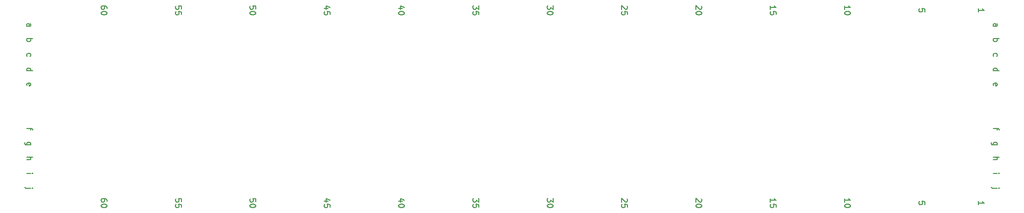
<source format=gbr>
%TF.GenerationSoftware,KiCad,Pcbnew,5.1.9-73d0e3b20d~88~ubuntu20.04.1*%
%TF.CreationDate,2021-01-27T17:20:26-06:00*%
%TF.ProjectId,ProtoPCBs,50726f74-6f50-4434-9273-2e6b69636164,rev?*%
%TF.SameCoordinates,Original*%
%TF.FileFunction,Legend,Top*%
%TF.FilePolarity,Positive*%
%FSLAX46Y46*%
G04 Gerber Fmt 4.6, Leading zero omitted, Abs format (unit mm)*
G04 Created by KiCad (PCBNEW 5.1.9-73d0e3b20d~88~ubuntu20.04.1) date 2021-01-27 17:20:26*
%MOMM*%
%LPD*%
G01*
G04 APERTURE LIST*
%ADD10C,0.150000*%
G04 APERTURE END LIST*
D10*
X68127619Y-91440000D02*
X68794285Y-91440000D01*
X69127619Y-91440000D02*
X69080000Y-91392380D01*
X69032380Y-91440000D01*
X69080000Y-91487619D01*
X69127619Y-91440000D01*
X69032380Y-91440000D01*
X68175238Y-76390476D02*
X68127619Y-76295238D01*
X68127619Y-76104761D01*
X68175238Y-76009523D01*
X68270476Y-75961904D01*
X68651428Y-75961904D01*
X68746666Y-76009523D01*
X68794285Y-76104761D01*
X68794285Y-76295238D01*
X68746666Y-76390476D01*
X68651428Y-76438095D01*
X68556190Y-76438095D01*
X68460952Y-75961904D01*
X68794285Y-86574285D02*
X67984761Y-86574285D01*
X67889523Y-86526666D01*
X67841904Y-86479047D01*
X67794285Y-86383809D01*
X67794285Y-86240952D01*
X67841904Y-86145714D01*
X68175238Y-86574285D02*
X68127619Y-86479047D01*
X68127619Y-86288571D01*
X68175238Y-86193333D01*
X68222857Y-86145714D01*
X68318095Y-86098095D01*
X68603809Y-86098095D01*
X68699047Y-86145714D01*
X68746666Y-86193333D01*
X68794285Y-86288571D01*
X68794285Y-86479047D01*
X68746666Y-86574285D01*
X68794285Y-93980000D02*
X67937142Y-93980000D01*
X67841904Y-93932380D01*
X67794285Y-93837142D01*
X67794285Y-93789523D01*
X69127619Y-93980000D02*
X69080000Y-93932380D01*
X69032380Y-93980000D01*
X69080000Y-94027619D01*
X69127619Y-93980000D01*
X69032380Y-93980000D01*
X68175238Y-71358095D02*
X68127619Y-71262857D01*
X68127619Y-71072380D01*
X68175238Y-70977142D01*
X68222857Y-70929523D01*
X68318095Y-70881904D01*
X68603809Y-70881904D01*
X68699047Y-70929523D01*
X68746666Y-70977142D01*
X68794285Y-71072380D01*
X68794285Y-71262857D01*
X68746666Y-71358095D01*
X68794285Y-83629523D02*
X68794285Y-84010476D01*
X68127619Y-83772380D02*
X68984761Y-83772380D01*
X69080000Y-83820000D01*
X69127619Y-83915238D01*
X69127619Y-84010476D01*
X68127619Y-68365714D02*
X69127619Y-68365714D01*
X68746666Y-68365714D02*
X68794285Y-68460952D01*
X68794285Y-68651428D01*
X68746666Y-68746666D01*
X68699047Y-68794285D01*
X68603809Y-68841904D01*
X68318095Y-68841904D01*
X68222857Y-68794285D01*
X68175238Y-68746666D01*
X68127619Y-68651428D01*
X68127619Y-68460952D01*
X68175238Y-68365714D01*
X68127619Y-88685714D02*
X69127619Y-88685714D01*
X68127619Y-89114285D02*
X68651428Y-89114285D01*
X68746666Y-89066666D01*
X68794285Y-88971428D01*
X68794285Y-88828571D01*
X68746666Y-88733333D01*
X68699047Y-88685714D01*
X68127619Y-66254285D02*
X68651428Y-66254285D01*
X68746666Y-66206666D01*
X68794285Y-66111428D01*
X68794285Y-65920952D01*
X68746666Y-65825714D01*
X68175238Y-66254285D02*
X68127619Y-66159047D01*
X68127619Y-65920952D01*
X68175238Y-65825714D01*
X68270476Y-65778095D01*
X68365714Y-65778095D01*
X68460952Y-65825714D01*
X68508571Y-65920952D01*
X68508571Y-66159047D01*
X68556190Y-66254285D01*
X68127619Y-73874285D02*
X69127619Y-73874285D01*
X68175238Y-73874285D02*
X68127619Y-73779047D01*
X68127619Y-73588571D01*
X68175238Y-73493333D01*
X68222857Y-73445714D01*
X68318095Y-73398095D01*
X68603809Y-73398095D01*
X68699047Y-73445714D01*
X68746666Y-73493333D01*
X68794285Y-73588571D01*
X68794285Y-73779047D01*
X68746666Y-73874285D01*
X233894285Y-93980000D02*
X233037142Y-93980000D01*
X232941904Y-93932380D01*
X232894285Y-93837142D01*
X232894285Y-93789523D01*
X234227619Y-93980000D02*
X234180000Y-93932380D01*
X234132380Y-93980000D01*
X234180000Y-94027619D01*
X234227619Y-93980000D01*
X234132380Y-93980000D01*
X233227619Y-91440000D02*
X233894285Y-91440000D01*
X234227619Y-91440000D02*
X234180000Y-91392380D01*
X234132380Y-91440000D01*
X234180000Y-91487619D01*
X234227619Y-91440000D01*
X234132380Y-91440000D01*
X233227619Y-88685714D02*
X234227619Y-88685714D01*
X233227619Y-89114285D02*
X233751428Y-89114285D01*
X233846666Y-89066666D01*
X233894285Y-88971428D01*
X233894285Y-88828571D01*
X233846666Y-88733333D01*
X233799047Y-88685714D01*
X233894285Y-86574285D02*
X233084761Y-86574285D01*
X232989523Y-86526666D01*
X232941904Y-86479047D01*
X232894285Y-86383809D01*
X232894285Y-86240952D01*
X232941904Y-86145714D01*
X233275238Y-86574285D02*
X233227619Y-86479047D01*
X233227619Y-86288571D01*
X233275238Y-86193333D01*
X233322857Y-86145714D01*
X233418095Y-86098095D01*
X233703809Y-86098095D01*
X233799047Y-86145714D01*
X233846666Y-86193333D01*
X233894285Y-86288571D01*
X233894285Y-86479047D01*
X233846666Y-86574285D01*
X233894285Y-83629523D02*
X233894285Y-84010476D01*
X233227619Y-83772380D02*
X234084761Y-83772380D01*
X234180000Y-83820000D01*
X234227619Y-83915238D01*
X234227619Y-84010476D01*
X233275238Y-76390476D02*
X233227619Y-76295238D01*
X233227619Y-76104761D01*
X233275238Y-76009523D01*
X233370476Y-75961904D01*
X233751428Y-75961904D01*
X233846666Y-76009523D01*
X233894285Y-76104761D01*
X233894285Y-76295238D01*
X233846666Y-76390476D01*
X233751428Y-76438095D01*
X233656190Y-76438095D01*
X233560952Y-75961904D01*
X233227619Y-73874285D02*
X234227619Y-73874285D01*
X233275238Y-73874285D02*
X233227619Y-73779047D01*
X233227619Y-73588571D01*
X233275238Y-73493333D01*
X233322857Y-73445714D01*
X233418095Y-73398095D01*
X233703809Y-73398095D01*
X233799047Y-73445714D01*
X233846666Y-73493333D01*
X233894285Y-73588571D01*
X233894285Y-73779047D01*
X233846666Y-73874285D01*
X233275238Y-71358095D02*
X233227619Y-71262857D01*
X233227619Y-71072380D01*
X233275238Y-70977142D01*
X233322857Y-70929523D01*
X233418095Y-70881904D01*
X233703809Y-70881904D01*
X233799047Y-70929523D01*
X233846666Y-70977142D01*
X233894285Y-71072380D01*
X233894285Y-71262857D01*
X233846666Y-71358095D01*
X233227619Y-68365714D02*
X234227619Y-68365714D01*
X233846666Y-68365714D02*
X233894285Y-68460952D01*
X233894285Y-68651428D01*
X233846666Y-68746666D01*
X233799047Y-68794285D01*
X233703809Y-68841904D01*
X233418095Y-68841904D01*
X233322857Y-68794285D01*
X233275238Y-68746666D01*
X233227619Y-68651428D01*
X233227619Y-68460952D01*
X233275238Y-68365714D01*
X233227619Y-66254285D02*
X233751428Y-66254285D01*
X233846666Y-66206666D01*
X233894285Y-66111428D01*
X233894285Y-65920952D01*
X233846666Y-65825714D01*
X233275238Y-66254285D02*
X233227619Y-66159047D01*
X233227619Y-65920952D01*
X233275238Y-65825714D01*
X233370476Y-65778095D01*
X233465714Y-65778095D01*
X233560952Y-65825714D01*
X233608571Y-65920952D01*
X233608571Y-66159047D01*
X233656190Y-66254285D01*
X158027619Y-95710476D02*
X158027619Y-96329523D01*
X157646666Y-95996190D01*
X157646666Y-96139047D01*
X157599047Y-96234285D01*
X157551428Y-96281904D01*
X157456190Y-96329523D01*
X157218095Y-96329523D01*
X157122857Y-96281904D01*
X157075238Y-96234285D01*
X157027619Y-96139047D01*
X157027619Y-95853333D01*
X157075238Y-95758095D01*
X157122857Y-95710476D01*
X158027619Y-96948571D02*
X158027619Y-97043809D01*
X157980000Y-97139047D01*
X157932380Y-97186666D01*
X157837142Y-97234285D01*
X157646666Y-97281904D01*
X157408571Y-97281904D01*
X157218095Y-97234285D01*
X157122857Y-97186666D01*
X157075238Y-97139047D01*
X157027619Y-97043809D01*
X157027619Y-96948571D01*
X157075238Y-96853333D01*
X157122857Y-96805714D01*
X157218095Y-96758095D01*
X157408571Y-96710476D01*
X157646666Y-96710476D01*
X157837142Y-96758095D01*
X157932380Y-96805714D01*
X157980000Y-96853333D01*
X158027619Y-96948571D01*
X221527619Y-96758095D02*
X221527619Y-96281904D01*
X221051428Y-96234285D01*
X221099047Y-96281904D01*
X221146666Y-96377142D01*
X221146666Y-96615238D01*
X221099047Y-96710476D01*
X221051428Y-96758095D01*
X220956190Y-96805714D01*
X220718095Y-96805714D01*
X220622857Y-96758095D01*
X220575238Y-96710476D01*
X220527619Y-96615238D01*
X220527619Y-96377142D01*
X220575238Y-96281904D01*
X220622857Y-96234285D01*
X145327619Y-95710476D02*
X145327619Y-96329523D01*
X144946666Y-95996190D01*
X144946666Y-96139047D01*
X144899047Y-96234285D01*
X144851428Y-96281904D01*
X144756190Y-96329523D01*
X144518095Y-96329523D01*
X144422857Y-96281904D01*
X144375238Y-96234285D01*
X144327619Y-96139047D01*
X144327619Y-95853333D01*
X144375238Y-95758095D01*
X144422857Y-95710476D01*
X145327619Y-97234285D02*
X145327619Y-96758095D01*
X144851428Y-96710476D01*
X144899047Y-96758095D01*
X144946666Y-96853333D01*
X144946666Y-97091428D01*
X144899047Y-97186666D01*
X144851428Y-97234285D01*
X144756190Y-97281904D01*
X144518095Y-97281904D01*
X144422857Y-97234285D01*
X144375238Y-97186666D01*
X144327619Y-97091428D01*
X144327619Y-96853333D01*
X144375238Y-96758095D01*
X144422857Y-96710476D01*
X132294285Y-96234285D02*
X131627619Y-96234285D01*
X132675238Y-95996190D02*
X131960952Y-95758095D01*
X131960952Y-96377142D01*
X132627619Y-96948571D02*
X132627619Y-97043809D01*
X132580000Y-97139047D01*
X132532380Y-97186666D01*
X132437142Y-97234285D01*
X132246666Y-97281904D01*
X132008571Y-97281904D01*
X131818095Y-97234285D01*
X131722857Y-97186666D01*
X131675238Y-97139047D01*
X131627619Y-97043809D01*
X131627619Y-96948571D01*
X131675238Y-96853333D01*
X131722857Y-96805714D01*
X131818095Y-96758095D01*
X132008571Y-96710476D01*
X132246666Y-96710476D01*
X132437142Y-96758095D01*
X132532380Y-96805714D01*
X132580000Y-96853333D01*
X132627619Y-96948571D01*
X119594285Y-96234285D02*
X118927619Y-96234285D01*
X119975238Y-95996190D02*
X119260952Y-95758095D01*
X119260952Y-96377142D01*
X119927619Y-97234285D02*
X119927619Y-96758095D01*
X119451428Y-96710476D01*
X119499047Y-96758095D01*
X119546666Y-96853333D01*
X119546666Y-97091428D01*
X119499047Y-97186666D01*
X119451428Y-97234285D01*
X119356190Y-97281904D01*
X119118095Y-97281904D01*
X119022857Y-97234285D01*
X118975238Y-97186666D01*
X118927619Y-97091428D01*
X118927619Y-96853333D01*
X118975238Y-96758095D01*
X119022857Y-96710476D01*
X230687619Y-96805714D02*
X230687619Y-96234285D01*
X230687619Y-96520000D02*
X231687619Y-96520000D01*
X231544761Y-96424761D01*
X231449523Y-96329523D01*
X231401904Y-96234285D01*
X170632380Y-95758095D02*
X170680000Y-95805714D01*
X170727619Y-95900952D01*
X170727619Y-96139047D01*
X170680000Y-96234285D01*
X170632380Y-96281904D01*
X170537142Y-96329523D01*
X170441904Y-96329523D01*
X170299047Y-96281904D01*
X169727619Y-95710476D01*
X169727619Y-96329523D01*
X170727619Y-97234285D02*
X170727619Y-96758095D01*
X170251428Y-96710476D01*
X170299047Y-96758095D01*
X170346666Y-96853333D01*
X170346666Y-97091428D01*
X170299047Y-97186666D01*
X170251428Y-97234285D01*
X170156190Y-97281904D01*
X169918095Y-97281904D01*
X169822857Y-97234285D01*
X169775238Y-97186666D01*
X169727619Y-97091428D01*
X169727619Y-96853333D01*
X169775238Y-96758095D01*
X169822857Y-96710476D01*
X81827619Y-96234285D02*
X81827619Y-96043809D01*
X81780000Y-95948571D01*
X81732380Y-95900952D01*
X81589523Y-95805714D01*
X81399047Y-95758095D01*
X81018095Y-95758095D01*
X80922857Y-95805714D01*
X80875238Y-95853333D01*
X80827619Y-95948571D01*
X80827619Y-96139047D01*
X80875238Y-96234285D01*
X80922857Y-96281904D01*
X81018095Y-96329523D01*
X81256190Y-96329523D01*
X81351428Y-96281904D01*
X81399047Y-96234285D01*
X81446666Y-96139047D01*
X81446666Y-95948571D01*
X81399047Y-95853333D01*
X81351428Y-95805714D01*
X81256190Y-95758095D01*
X81827619Y-96948571D02*
X81827619Y-97043809D01*
X81780000Y-97139047D01*
X81732380Y-97186666D01*
X81637142Y-97234285D01*
X81446666Y-97281904D01*
X81208571Y-97281904D01*
X81018095Y-97234285D01*
X80922857Y-97186666D01*
X80875238Y-97139047D01*
X80827619Y-97043809D01*
X80827619Y-96948571D01*
X80875238Y-96853333D01*
X80922857Y-96805714D01*
X81018095Y-96758095D01*
X81208571Y-96710476D01*
X81446666Y-96710476D01*
X81637142Y-96758095D01*
X81732380Y-96805714D01*
X81780000Y-96853333D01*
X81827619Y-96948571D01*
X107227619Y-96281904D02*
X107227619Y-95805714D01*
X106751428Y-95758095D01*
X106799047Y-95805714D01*
X106846666Y-95900952D01*
X106846666Y-96139047D01*
X106799047Y-96234285D01*
X106751428Y-96281904D01*
X106656190Y-96329523D01*
X106418095Y-96329523D01*
X106322857Y-96281904D01*
X106275238Y-96234285D01*
X106227619Y-96139047D01*
X106227619Y-95900952D01*
X106275238Y-95805714D01*
X106322857Y-95758095D01*
X107227619Y-96948571D02*
X107227619Y-97043809D01*
X107180000Y-97139047D01*
X107132380Y-97186666D01*
X107037142Y-97234285D01*
X106846666Y-97281904D01*
X106608571Y-97281904D01*
X106418095Y-97234285D01*
X106322857Y-97186666D01*
X106275238Y-97139047D01*
X106227619Y-97043809D01*
X106227619Y-96948571D01*
X106275238Y-96853333D01*
X106322857Y-96805714D01*
X106418095Y-96758095D01*
X106608571Y-96710476D01*
X106846666Y-96710476D01*
X107037142Y-96758095D01*
X107132380Y-96805714D01*
X107180000Y-96853333D01*
X107227619Y-96948571D01*
X183332380Y-95758095D02*
X183380000Y-95805714D01*
X183427619Y-95900952D01*
X183427619Y-96139047D01*
X183380000Y-96234285D01*
X183332380Y-96281904D01*
X183237142Y-96329523D01*
X183141904Y-96329523D01*
X182999047Y-96281904D01*
X182427619Y-95710476D01*
X182427619Y-96329523D01*
X183427619Y-96948571D02*
X183427619Y-97043809D01*
X183380000Y-97139047D01*
X183332380Y-97186666D01*
X183237142Y-97234285D01*
X183046666Y-97281904D01*
X182808571Y-97281904D01*
X182618095Y-97234285D01*
X182522857Y-97186666D01*
X182475238Y-97139047D01*
X182427619Y-97043809D01*
X182427619Y-96948571D01*
X182475238Y-96853333D01*
X182522857Y-96805714D01*
X182618095Y-96758095D01*
X182808571Y-96710476D01*
X183046666Y-96710476D01*
X183237142Y-96758095D01*
X183332380Y-96805714D01*
X183380000Y-96853333D01*
X183427619Y-96948571D01*
X207827619Y-96329523D02*
X207827619Y-95758095D01*
X207827619Y-96043809D02*
X208827619Y-96043809D01*
X208684761Y-95948571D01*
X208589523Y-95853333D01*
X208541904Y-95758095D01*
X208827619Y-96948571D02*
X208827619Y-97043809D01*
X208780000Y-97139047D01*
X208732380Y-97186666D01*
X208637142Y-97234285D01*
X208446666Y-97281904D01*
X208208571Y-97281904D01*
X208018095Y-97234285D01*
X207922857Y-97186666D01*
X207875238Y-97139047D01*
X207827619Y-97043809D01*
X207827619Y-96948571D01*
X207875238Y-96853333D01*
X207922857Y-96805714D01*
X208018095Y-96758095D01*
X208208571Y-96710476D01*
X208446666Y-96710476D01*
X208637142Y-96758095D01*
X208732380Y-96805714D01*
X208780000Y-96853333D01*
X208827619Y-96948571D01*
X94527619Y-96281904D02*
X94527619Y-95805714D01*
X94051428Y-95758095D01*
X94099047Y-95805714D01*
X94146666Y-95900952D01*
X94146666Y-96139047D01*
X94099047Y-96234285D01*
X94051428Y-96281904D01*
X93956190Y-96329523D01*
X93718095Y-96329523D01*
X93622857Y-96281904D01*
X93575238Y-96234285D01*
X93527619Y-96139047D01*
X93527619Y-95900952D01*
X93575238Y-95805714D01*
X93622857Y-95758095D01*
X94527619Y-97234285D02*
X94527619Y-96758095D01*
X94051428Y-96710476D01*
X94099047Y-96758095D01*
X94146666Y-96853333D01*
X94146666Y-97091428D01*
X94099047Y-97186666D01*
X94051428Y-97234285D01*
X93956190Y-97281904D01*
X93718095Y-97281904D01*
X93622857Y-97234285D01*
X93575238Y-97186666D01*
X93527619Y-97091428D01*
X93527619Y-96853333D01*
X93575238Y-96758095D01*
X93622857Y-96710476D01*
X195127619Y-96329523D02*
X195127619Y-95758095D01*
X195127619Y-96043809D02*
X196127619Y-96043809D01*
X195984761Y-95948571D01*
X195889523Y-95853333D01*
X195841904Y-95758095D01*
X196127619Y-97234285D02*
X196127619Y-96758095D01*
X195651428Y-96710476D01*
X195699047Y-96758095D01*
X195746666Y-96853333D01*
X195746666Y-97091428D01*
X195699047Y-97186666D01*
X195651428Y-97234285D01*
X195556190Y-97281904D01*
X195318095Y-97281904D01*
X195222857Y-97234285D01*
X195175238Y-97186666D01*
X195127619Y-97091428D01*
X195127619Y-96853333D01*
X195175238Y-96758095D01*
X195222857Y-96710476D01*
X81827619Y-63214285D02*
X81827619Y-63023809D01*
X81780000Y-62928571D01*
X81732380Y-62880952D01*
X81589523Y-62785714D01*
X81399047Y-62738095D01*
X81018095Y-62738095D01*
X80922857Y-62785714D01*
X80875238Y-62833333D01*
X80827619Y-62928571D01*
X80827619Y-63119047D01*
X80875238Y-63214285D01*
X80922857Y-63261904D01*
X81018095Y-63309523D01*
X81256190Y-63309523D01*
X81351428Y-63261904D01*
X81399047Y-63214285D01*
X81446666Y-63119047D01*
X81446666Y-62928571D01*
X81399047Y-62833333D01*
X81351428Y-62785714D01*
X81256190Y-62738095D01*
X81827619Y-63928571D02*
X81827619Y-64023809D01*
X81780000Y-64119047D01*
X81732380Y-64166666D01*
X81637142Y-64214285D01*
X81446666Y-64261904D01*
X81208571Y-64261904D01*
X81018095Y-64214285D01*
X80922857Y-64166666D01*
X80875238Y-64119047D01*
X80827619Y-64023809D01*
X80827619Y-63928571D01*
X80875238Y-63833333D01*
X80922857Y-63785714D01*
X81018095Y-63738095D01*
X81208571Y-63690476D01*
X81446666Y-63690476D01*
X81637142Y-63738095D01*
X81732380Y-63785714D01*
X81780000Y-63833333D01*
X81827619Y-63928571D01*
X94527619Y-63261904D02*
X94527619Y-62785714D01*
X94051428Y-62738095D01*
X94099047Y-62785714D01*
X94146666Y-62880952D01*
X94146666Y-63119047D01*
X94099047Y-63214285D01*
X94051428Y-63261904D01*
X93956190Y-63309523D01*
X93718095Y-63309523D01*
X93622857Y-63261904D01*
X93575238Y-63214285D01*
X93527619Y-63119047D01*
X93527619Y-62880952D01*
X93575238Y-62785714D01*
X93622857Y-62738095D01*
X94527619Y-64214285D02*
X94527619Y-63738095D01*
X94051428Y-63690476D01*
X94099047Y-63738095D01*
X94146666Y-63833333D01*
X94146666Y-64071428D01*
X94099047Y-64166666D01*
X94051428Y-64214285D01*
X93956190Y-64261904D01*
X93718095Y-64261904D01*
X93622857Y-64214285D01*
X93575238Y-64166666D01*
X93527619Y-64071428D01*
X93527619Y-63833333D01*
X93575238Y-63738095D01*
X93622857Y-63690476D01*
X107227619Y-63261904D02*
X107227619Y-62785714D01*
X106751428Y-62738095D01*
X106799047Y-62785714D01*
X106846666Y-62880952D01*
X106846666Y-63119047D01*
X106799047Y-63214285D01*
X106751428Y-63261904D01*
X106656190Y-63309523D01*
X106418095Y-63309523D01*
X106322857Y-63261904D01*
X106275238Y-63214285D01*
X106227619Y-63119047D01*
X106227619Y-62880952D01*
X106275238Y-62785714D01*
X106322857Y-62738095D01*
X107227619Y-63928571D02*
X107227619Y-64023809D01*
X107180000Y-64119047D01*
X107132380Y-64166666D01*
X107037142Y-64214285D01*
X106846666Y-64261904D01*
X106608571Y-64261904D01*
X106418095Y-64214285D01*
X106322857Y-64166666D01*
X106275238Y-64119047D01*
X106227619Y-64023809D01*
X106227619Y-63928571D01*
X106275238Y-63833333D01*
X106322857Y-63785714D01*
X106418095Y-63738095D01*
X106608571Y-63690476D01*
X106846666Y-63690476D01*
X107037142Y-63738095D01*
X107132380Y-63785714D01*
X107180000Y-63833333D01*
X107227619Y-63928571D01*
X119594285Y-63214285D02*
X118927619Y-63214285D01*
X119975238Y-62976190D02*
X119260952Y-62738095D01*
X119260952Y-63357142D01*
X119927619Y-64214285D02*
X119927619Y-63738095D01*
X119451428Y-63690476D01*
X119499047Y-63738095D01*
X119546666Y-63833333D01*
X119546666Y-64071428D01*
X119499047Y-64166666D01*
X119451428Y-64214285D01*
X119356190Y-64261904D01*
X119118095Y-64261904D01*
X119022857Y-64214285D01*
X118975238Y-64166666D01*
X118927619Y-64071428D01*
X118927619Y-63833333D01*
X118975238Y-63738095D01*
X119022857Y-63690476D01*
X132294285Y-63214285D02*
X131627619Y-63214285D01*
X132675238Y-62976190D02*
X131960952Y-62738095D01*
X131960952Y-63357142D01*
X132627619Y-63928571D02*
X132627619Y-64023809D01*
X132580000Y-64119047D01*
X132532380Y-64166666D01*
X132437142Y-64214285D01*
X132246666Y-64261904D01*
X132008571Y-64261904D01*
X131818095Y-64214285D01*
X131722857Y-64166666D01*
X131675238Y-64119047D01*
X131627619Y-64023809D01*
X131627619Y-63928571D01*
X131675238Y-63833333D01*
X131722857Y-63785714D01*
X131818095Y-63738095D01*
X132008571Y-63690476D01*
X132246666Y-63690476D01*
X132437142Y-63738095D01*
X132532380Y-63785714D01*
X132580000Y-63833333D01*
X132627619Y-63928571D01*
X145327619Y-62690476D02*
X145327619Y-63309523D01*
X144946666Y-62976190D01*
X144946666Y-63119047D01*
X144899047Y-63214285D01*
X144851428Y-63261904D01*
X144756190Y-63309523D01*
X144518095Y-63309523D01*
X144422857Y-63261904D01*
X144375238Y-63214285D01*
X144327619Y-63119047D01*
X144327619Y-62833333D01*
X144375238Y-62738095D01*
X144422857Y-62690476D01*
X145327619Y-64214285D02*
X145327619Y-63738095D01*
X144851428Y-63690476D01*
X144899047Y-63738095D01*
X144946666Y-63833333D01*
X144946666Y-64071428D01*
X144899047Y-64166666D01*
X144851428Y-64214285D01*
X144756190Y-64261904D01*
X144518095Y-64261904D01*
X144422857Y-64214285D01*
X144375238Y-64166666D01*
X144327619Y-64071428D01*
X144327619Y-63833333D01*
X144375238Y-63738095D01*
X144422857Y-63690476D01*
X158027619Y-62690476D02*
X158027619Y-63309523D01*
X157646666Y-62976190D01*
X157646666Y-63119047D01*
X157599047Y-63214285D01*
X157551428Y-63261904D01*
X157456190Y-63309523D01*
X157218095Y-63309523D01*
X157122857Y-63261904D01*
X157075238Y-63214285D01*
X157027619Y-63119047D01*
X157027619Y-62833333D01*
X157075238Y-62738095D01*
X157122857Y-62690476D01*
X158027619Y-63928571D02*
X158027619Y-64023809D01*
X157980000Y-64119047D01*
X157932380Y-64166666D01*
X157837142Y-64214285D01*
X157646666Y-64261904D01*
X157408571Y-64261904D01*
X157218095Y-64214285D01*
X157122857Y-64166666D01*
X157075238Y-64119047D01*
X157027619Y-64023809D01*
X157027619Y-63928571D01*
X157075238Y-63833333D01*
X157122857Y-63785714D01*
X157218095Y-63738095D01*
X157408571Y-63690476D01*
X157646666Y-63690476D01*
X157837142Y-63738095D01*
X157932380Y-63785714D01*
X157980000Y-63833333D01*
X158027619Y-63928571D01*
X170632380Y-62738095D02*
X170680000Y-62785714D01*
X170727619Y-62880952D01*
X170727619Y-63119047D01*
X170680000Y-63214285D01*
X170632380Y-63261904D01*
X170537142Y-63309523D01*
X170441904Y-63309523D01*
X170299047Y-63261904D01*
X169727619Y-62690476D01*
X169727619Y-63309523D01*
X170727619Y-64214285D02*
X170727619Y-63738095D01*
X170251428Y-63690476D01*
X170299047Y-63738095D01*
X170346666Y-63833333D01*
X170346666Y-64071428D01*
X170299047Y-64166666D01*
X170251428Y-64214285D01*
X170156190Y-64261904D01*
X169918095Y-64261904D01*
X169822857Y-64214285D01*
X169775238Y-64166666D01*
X169727619Y-64071428D01*
X169727619Y-63833333D01*
X169775238Y-63738095D01*
X169822857Y-63690476D01*
X183332380Y-62738095D02*
X183380000Y-62785714D01*
X183427619Y-62880952D01*
X183427619Y-63119047D01*
X183380000Y-63214285D01*
X183332380Y-63261904D01*
X183237142Y-63309523D01*
X183141904Y-63309523D01*
X182999047Y-63261904D01*
X182427619Y-62690476D01*
X182427619Y-63309523D01*
X183427619Y-63928571D02*
X183427619Y-64023809D01*
X183380000Y-64119047D01*
X183332380Y-64166666D01*
X183237142Y-64214285D01*
X183046666Y-64261904D01*
X182808571Y-64261904D01*
X182618095Y-64214285D01*
X182522857Y-64166666D01*
X182475238Y-64119047D01*
X182427619Y-64023809D01*
X182427619Y-63928571D01*
X182475238Y-63833333D01*
X182522857Y-63785714D01*
X182618095Y-63738095D01*
X182808571Y-63690476D01*
X183046666Y-63690476D01*
X183237142Y-63738095D01*
X183332380Y-63785714D01*
X183380000Y-63833333D01*
X183427619Y-63928571D01*
X195127619Y-63309523D02*
X195127619Y-62738095D01*
X195127619Y-63023809D02*
X196127619Y-63023809D01*
X195984761Y-62928571D01*
X195889523Y-62833333D01*
X195841904Y-62738095D01*
X196127619Y-64214285D02*
X196127619Y-63738095D01*
X195651428Y-63690476D01*
X195699047Y-63738095D01*
X195746666Y-63833333D01*
X195746666Y-64071428D01*
X195699047Y-64166666D01*
X195651428Y-64214285D01*
X195556190Y-64261904D01*
X195318095Y-64261904D01*
X195222857Y-64214285D01*
X195175238Y-64166666D01*
X195127619Y-64071428D01*
X195127619Y-63833333D01*
X195175238Y-63738095D01*
X195222857Y-63690476D01*
X207827619Y-63309523D02*
X207827619Y-62738095D01*
X207827619Y-63023809D02*
X208827619Y-63023809D01*
X208684761Y-62928571D01*
X208589523Y-62833333D01*
X208541904Y-62738095D01*
X208827619Y-63928571D02*
X208827619Y-64023809D01*
X208780000Y-64119047D01*
X208732380Y-64166666D01*
X208637142Y-64214285D01*
X208446666Y-64261904D01*
X208208571Y-64261904D01*
X208018095Y-64214285D01*
X207922857Y-64166666D01*
X207875238Y-64119047D01*
X207827619Y-64023809D01*
X207827619Y-63928571D01*
X207875238Y-63833333D01*
X207922857Y-63785714D01*
X208018095Y-63738095D01*
X208208571Y-63690476D01*
X208446666Y-63690476D01*
X208637142Y-63738095D01*
X208732380Y-63785714D01*
X208780000Y-63833333D01*
X208827619Y-63928571D01*
X221527619Y-63738095D02*
X221527619Y-63261904D01*
X221051428Y-63214285D01*
X221099047Y-63261904D01*
X221146666Y-63357142D01*
X221146666Y-63595238D01*
X221099047Y-63690476D01*
X221051428Y-63738095D01*
X220956190Y-63785714D01*
X220718095Y-63785714D01*
X220622857Y-63738095D01*
X220575238Y-63690476D01*
X220527619Y-63595238D01*
X220527619Y-63357142D01*
X220575238Y-63261904D01*
X220622857Y-63214285D01*
X230687619Y-63785714D02*
X230687619Y-63214285D01*
X230687619Y-63500000D02*
X231687619Y-63500000D01*
X231544761Y-63404761D01*
X231449523Y-63309523D01*
X231401904Y-63214285D01*
M02*

</source>
